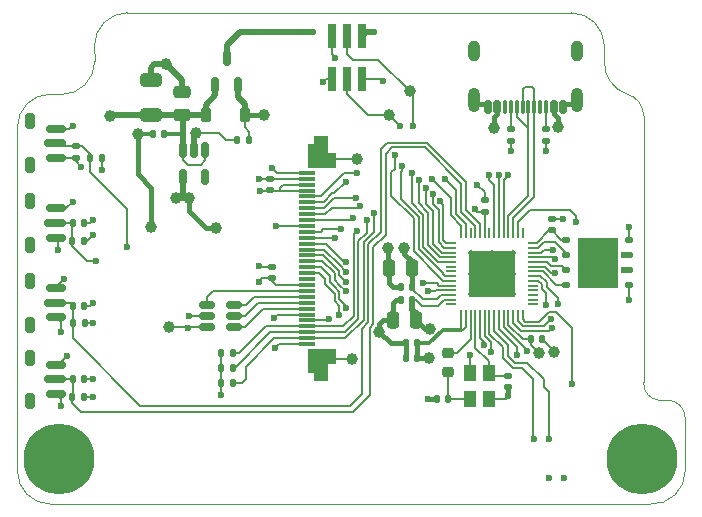
<source format=gbr>
%TF.GenerationSoftware,KiCad,Pcbnew,8.0.6*%
%TF.CreationDate,2024-11-01T22:46:24-06:00*%
%TF.ProjectId,bitaxe-ESP-OLED,62697461-7865-42d4-9553-502d4f4c4544,v0.4*%
%TF.SameCoordinates,Original*%
%TF.FileFunction,Copper,L4,Bot*%
%TF.FilePolarity,Positive*%
%FSLAX46Y46*%
G04 Gerber Fmt 4.6, Leading zero omitted, Abs format (unit mm)*
G04 Created by KiCad (PCBNEW 8.0.6) date 2024-11-01 22:46:24*
%MOMM*%
%LPD*%
G01*
G04 APERTURE LIST*
G04 Aperture macros list*
%AMRoundRect*
0 Rectangle with rounded corners*
0 $1 Rounding radius*
0 $2 $3 $4 $5 $6 $7 $8 $9 X,Y pos of 4 corners*
0 Add a 4 corners polygon primitive as box body*
4,1,4,$2,$3,$4,$5,$6,$7,$8,$9,$2,$3,0*
0 Add four circle primitives for the rounded corners*
1,1,$1+$1,$2,$3*
1,1,$1+$1,$4,$5*
1,1,$1+$1,$6,$7*
1,1,$1+$1,$8,$9*
0 Add four rect primitives between the rounded corners*
20,1,$1+$1,$2,$3,$4,$5,0*
20,1,$1+$1,$4,$5,$6,$7,0*
20,1,$1+$1,$6,$7,$8,$9,0*
20,1,$1+$1,$8,$9,$2,$3,0*%
%AMFreePoly0*
4,1,21,0.978536,1.503536,0.980000,1.500000,0.980000,-0.800000,0.978536,-0.803536,0.975000,-0.805000,-0.975000,-0.805000,-0.978536,-0.803536,-0.980000,-0.800000,-0.980000,-0.305000,-1.675000,-0.305000,-1.678536,-0.303536,-1.680000,-0.300000,-1.680000,0.800000,-1.678536,0.803536,-1.675000,0.805000,-0.280000,0.805000,-0.280000,1.500000,-0.278536,1.503536,-0.275000,1.505000,0.975000,1.505000,
0.978536,1.503536,0.978536,1.503536,$1*%
%AMFreePoly1*
4,1,21,0.278536,1.503536,0.280000,1.500000,0.280000,0.805000,1.675000,0.805000,1.678536,0.803536,1.680000,0.800000,1.680000,-0.300000,1.678536,-0.303536,1.675000,-0.305000,0.980000,-0.305000,0.980000,-0.800000,0.978536,-0.803536,0.975000,-0.805000,-0.975000,-0.805000,-0.978536,-0.803536,-0.980000,-0.800000,-0.980000,1.500000,-0.978536,1.503536,-0.975000,1.505000,0.275000,1.505000,
0.278536,1.503536,0.278536,1.503536,$1*%
G04 Aperture macros list end*
%TA.AperFunction,SMDPad,CuDef*%
%ADD10RoundRect,0.150000X-0.512500X-0.150000X0.512500X-0.150000X0.512500X0.150000X-0.512500X0.150000X0*%
%TD*%
%TA.AperFunction,ComponentPad*%
%ADD11C,0.800000*%
%TD*%
%TA.AperFunction,ComponentPad*%
%ADD12C,6.000000*%
%TD*%
%TA.AperFunction,SMDPad,CuDef*%
%ADD13RoundRect,0.250000X0.475000X-0.250000X0.475000X0.250000X-0.475000X0.250000X-0.475000X-0.250000X0*%
%TD*%
%TA.AperFunction,SMDPad,CuDef*%
%ADD14R,1.400000X0.300000*%
%TD*%
%TA.AperFunction,SMDPad,CuDef*%
%ADD15FreePoly0,270.000000*%
%TD*%
%TA.AperFunction,SMDPad,CuDef*%
%ADD16FreePoly1,270.000000*%
%TD*%
%TA.AperFunction,SMDPad,CuDef*%
%ADD17RoundRect,0.135000X-0.185000X0.135000X-0.185000X-0.135000X0.185000X-0.135000X0.185000X0.135000X0*%
%TD*%
%TA.AperFunction,SMDPad,CuDef*%
%ADD18RoundRect,0.200000X0.200000X-0.450000X0.200000X0.450000X-0.200000X0.450000X-0.200000X-0.450000X0*%
%TD*%
%TA.AperFunction,SMDPad,CuDef*%
%ADD19O,1.750000X0.740000*%
%TD*%
%TA.AperFunction,SMDPad,CuDef*%
%ADD20RoundRect,0.150000X0.750000X-0.150000X0.750000X0.150000X-0.750000X0.150000X-0.750000X-0.150000X0*%
%TD*%
%TA.AperFunction,SMDPad,CuDef*%
%ADD21RoundRect,0.135000X-0.135000X-0.185000X0.135000X-0.185000X0.135000X0.185000X-0.135000X0.185000X0*%
%TD*%
%TA.AperFunction,SMDPad,CuDef*%
%ADD22RoundRect,0.250000X0.250000X0.475000X-0.250000X0.475000X-0.250000X-0.475000X0.250000X-0.475000X0*%
%TD*%
%TA.AperFunction,SMDPad,CuDef*%
%ADD23R,1.100000X1.400000*%
%TD*%
%TA.AperFunction,SMDPad,CuDef*%
%ADD24RoundRect,0.140000X-0.140000X-0.170000X0.140000X-0.170000X0.140000X0.170000X-0.140000X0.170000X0*%
%TD*%
%TA.AperFunction,SMDPad,CuDef*%
%ADD25RoundRect,0.140000X-0.170000X0.140000X-0.170000X-0.140000X0.170000X-0.140000X0.170000X0.140000X0*%
%TD*%
%TA.AperFunction,SMDPad,CuDef*%
%ADD26RoundRect,0.140000X0.170000X-0.140000X0.170000X0.140000X-0.170000X0.140000X-0.170000X-0.140000X0*%
%TD*%
%TA.AperFunction,SMDPad,CuDef*%
%ADD27C,1.000000*%
%TD*%
%TA.AperFunction,SMDPad,CuDef*%
%ADD28RoundRect,0.150000X-0.150000X-0.425000X0.150000X-0.425000X0.150000X0.425000X-0.150000X0.425000X0*%
%TD*%
%TA.AperFunction,SMDPad,CuDef*%
%ADD29RoundRect,0.075000X-0.075000X-0.500000X0.075000X-0.500000X0.075000X0.500000X-0.075000X0.500000X0*%
%TD*%
%TA.AperFunction,ComponentPad*%
%ADD30O,1.000000X1.800000*%
%TD*%
%TA.AperFunction,ComponentPad*%
%ADD31O,1.000000X2.100000*%
%TD*%
%TA.AperFunction,SMDPad,CuDef*%
%ADD32RoundRect,0.150000X-0.150000X0.512500X-0.150000X-0.512500X0.150000X-0.512500X0.150000X0.512500X0*%
%TD*%
%TA.AperFunction,SMDPad,CuDef*%
%ADD33RoundRect,0.135000X0.135000X0.185000X-0.135000X0.185000X-0.135000X-0.185000X0.135000X-0.185000X0*%
%TD*%
%TA.AperFunction,SMDPad,CuDef*%
%ADD34RoundRect,0.050000X-0.350000X-0.050000X0.350000X-0.050000X0.350000X0.050000X-0.350000X0.050000X0*%
%TD*%
%TA.AperFunction,SMDPad,CuDef*%
%ADD35RoundRect,0.050000X-0.050000X-0.350000X0.050000X-0.350000X0.050000X0.350000X-0.050000X0.350000X0*%
%TD*%
%TA.AperFunction,HeatsinkPad*%
%ADD36C,0.500000*%
%TD*%
%TA.AperFunction,HeatsinkPad*%
%ADD37R,4.000000X4.000000*%
%TD*%
%TA.AperFunction,SMDPad,CuDef*%
%ADD38RoundRect,0.150000X0.150000X-0.512500X0.150000X0.512500X-0.150000X0.512500X-0.150000X-0.512500X0*%
%TD*%
%TA.AperFunction,SMDPad,CuDef*%
%ADD39RoundRect,0.125000X0.250000X0.125000X-0.250000X0.125000X-0.250000X-0.125000X0.250000X-0.125000X0*%
%TD*%
%TA.AperFunction,HeatsinkPad*%
%ADD40R,3.400000X4.300000*%
%TD*%
%TA.AperFunction,SMDPad,CuDef*%
%ADD41RoundRect,0.218750X0.256250X-0.218750X0.256250X0.218750X-0.256250X0.218750X-0.256250X-0.218750X0*%
%TD*%
%TA.AperFunction,SMDPad,CuDef*%
%ADD42RoundRect,0.140000X0.140000X0.170000X-0.140000X0.170000X-0.140000X-0.170000X0.140000X-0.170000X0*%
%TD*%
%TA.AperFunction,SMDPad,CuDef*%
%ADD43RoundRect,0.225000X-0.225000X-0.375000X0.225000X-0.375000X0.225000X0.375000X-0.225000X0.375000X0*%
%TD*%
%TA.AperFunction,SMDPad,CuDef*%
%ADD44RoundRect,0.250000X0.650000X-0.325000X0.650000X0.325000X-0.650000X0.325000X-0.650000X-0.325000X0*%
%TD*%
%TA.AperFunction,SMDPad,CuDef*%
%ADD45R,0.750000X2.100000*%
%TD*%
%TA.AperFunction,ViaPad*%
%ADD46C,0.600000*%
%TD*%
%TA.AperFunction,ViaPad*%
%ADD47C,1.000000*%
%TD*%
%TA.AperFunction,Conductor*%
%ADD48C,0.200000*%
%TD*%
%TA.AperFunction,Conductor*%
%ADD49C,0.400000*%
%TD*%
%TA.AperFunction,Conductor*%
%ADD50C,0.500000*%
%TD*%
%TA.AperFunction,Conductor*%
%ADD51C,0.300000*%
%TD*%
%TA.AperFunction,Profile*%
%ADD52C,0.100000*%
%TD*%
G04 APERTURE END LIST*
D10*
%TO.P,U3,1,EN*%
%TO.N,/LCD_BLK*%
X146162500Y-88812500D03*
%TO.P,U3,2,GND*%
%TO.N,GND*%
X146162500Y-87862500D03*
%TO.P,U3,3,LED4*%
%TO.N,/LEDK4*%
X146162500Y-86912500D03*
%TO.P,U3,4,LED3*%
%TO.N,/LEDK3*%
X148437500Y-86912500D03*
%TO.P,U3,5,LED2*%
%TO.N,/LEDK2*%
X148437500Y-87862500D03*
%TO.P,U3,6,LED1*%
%TO.N,/LEDK1*%
X148437500Y-88812500D03*
%TD*%
D11*
%TO.P,H3,1*%
%TO.N,N/C*%
X131323000Y-100000000D03*
X131982010Y-98409010D03*
X131982010Y-101590990D03*
X133573000Y-97750000D03*
D12*
X133573000Y-100000000D03*
D11*
X133573000Y-102250000D03*
X135163990Y-98409010D03*
X135163990Y-101590990D03*
X135823000Y-100000000D03*
%TD*%
%TO.P,H4,1*%
%TO.N,N/C*%
X180750000Y-100000000D03*
X181409010Y-98409010D03*
X181409010Y-101590990D03*
X183000000Y-97750000D03*
D12*
X183000000Y-100000000D03*
D11*
X183000000Y-102250000D03*
X184590990Y-98409010D03*
X184590990Y-101590990D03*
X185250000Y-100000000D03*
%TD*%
D13*
%TO.P,C15,1*%
%TO.N,/+5V*%
X144050000Y-70850000D03*
%TO.P,C15,2*%
%TO.N,GND*%
X144050000Y-68950000D03*
%TD*%
D14*
%TO.P,J4,1,1*%
%TO.N,GND*%
X154600000Y-75750000D03*
%TO.P,J4,2,2*%
%TO.N,/3V3*%
X154600000Y-76250000D03*
%TO.P,J4,3,3*%
%TO.N,GND*%
X154600000Y-76750000D03*
%TO.P,J4,4,4*%
X154600000Y-77250000D03*
%TO.P,J4,5,5*%
%TO.N,/LCD_RES*%
X154600000Y-77750000D03*
%TO.P,J4,6,6*%
%TO.N,/LCD_CS*%
X154600000Y-78250000D03*
%TO.P,J4,7,7*%
%TO.N,/LCD_DC*%
X154600000Y-78750000D03*
%TO.P,J4,8,8*%
%TO.N,/LCD_WR*%
X154600000Y-79250000D03*
%TO.P,J4,9,9*%
%TO.N,/LCD_RD*%
X154600000Y-79750000D03*
%TO.P,J4,10,10*%
%TO.N,GND*%
X154600000Y-80250000D03*
%TO.P,J4,11,11*%
%TO.N,/LCD_D0*%
X154600000Y-80750000D03*
%TO.P,J4,12,12*%
%TO.N,/LCD_D1*%
X154600000Y-81250000D03*
%TO.P,J4,13,13*%
%TO.N,/LCD_D2*%
X154600000Y-81750000D03*
%TO.P,J4,14,14*%
%TO.N,/LCD_D3*%
X154600000Y-82250000D03*
%TO.P,J4,15,15*%
%TO.N,/LCD_D4*%
X154600000Y-82750000D03*
%TO.P,J4,16,16*%
%TO.N,/LCD_D5*%
X154600000Y-83250000D03*
%TO.P,J4,17,17*%
%TO.N,/LCD_D6*%
X154600000Y-83750000D03*
%TO.P,J4,18,18*%
%TO.N,/LCD_D7*%
X154600000Y-84250000D03*
%TO.P,J4,19,19*%
%TO.N,unconnected-(J4-Pad19)*%
X154600000Y-84750000D03*
%TO.P,J4,20,20*%
%TO.N,/3V3*%
X154600000Y-85250000D03*
%TO.P,J4,21,21*%
%TO.N,/LEDK4*%
X154600000Y-85750000D03*
%TO.P,J4,22,22*%
%TO.N,/LEDK3*%
X154600000Y-86250000D03*
%TO.P,J4,23,23*%
%TO.N,/LEDK2*%
X154600000Y-86750000D03*
%TO.P,J4,24,24*%
%TO.N,/LEDK1*%
X154600000Y-87250000D03*
%TO.P,J4,25,25*%
%TO.N,GND*%
X154600000Y-87750000D03*
%TO.P,J4,26,26*%
%TO.N,/TP_RESET*%
X154600000Y-88250000D03*
%TO.P,J4,27,27*%
%TO.N,/I2C_SCL*%
X154600000Y-88750000D03*
%TO.P,J4,28,28*%
%TO.N,/I2C_SCK*%
X154600000Y-89250000D03*
%TO.P,J4,29,29*%
%TO.N,/TP_INT*%
X154600000Y-89750000D03*
%TO.P,J4,30,30*%
%TO.N,GND*%
X154600000Y-90250000D03*
D15*
%TO.P,J4,SH1,Shield*%
X155500000Y-74325000D03*
D16*
%TO.P,J4,SH2,Shield*%
X155500000Y-91675000D03*
%TD*%
D17*
%TO.P,R6,1*%
%TO.N,Net-(J2-CC2)*%
X174850000Y-72040000D03*
%TO.P,R6,2*%
%TO.N,GND*%
X174850000Y-73060000D03*
%TD*%
D18*
%TO.P,SW4,*%
%TO.N,*%
X131150000Y-95100000D03*
X131150000Y-91400000D03*
D19*
%TO.P,SW4,1*%
%TO.N,GND*%
X133350000Y-94480000D03*
X133350000Y-92020000D03*
D20*
%TO.P,SW4,2*%
%TO.N,/UI2*%
X133250000Y-93250000D03*
%TD*%
D18*
%TO.P,SW2,*%
%TO.N,*%
X131150000Y-88600000D03*
X131150000Y-84900000D03*
D19*
%TO.P,SW2,1*%
%TO.N,GND*%
X133350000Y-87980000D03*
X133350000Y-85520000D03*
D20*
%TO.P,SW2,2*%
%TO.N,/UI1*%
X133250000Y-86750000D03*
%TD*%
D17*
%TO.P,R5,1*%
%TO.N,Net-(J2-CC1)*%
X171850000Y-72040000D03*
%TO.P,R5,2*%
%TO.N,GND*%
X171850000Y-73060000D03*
%TD*%
D21*
%TO.P,R10,1*%
%TO.N,/3V3*%
X147290000Y-93550000D03*
%TO.P,R10,2*%
%TO.N,/TP_INT*%
X148310000Y-93550000D03*
%TD*%
D22*
%TO.P,C4,1*%
%TO.N,/3V3*%
X163800000Y-88200000D03*
%TO.P,C4,2*%
%TO.N,GND*%
X161900000Y-88200000D03*
%TD*%
D23*
%TO.P,Y1,1,1*%
%TO.N,/XTAL_N*%
X170000000Y-92700000D03*
%TO.P,Y1,2,2*%
%TO.N,GND*%
X170000000Y-94900000D03*
%TO.P,Y1,3,3*%
%TO.N,Net-(C8-Pad2)*%
X168400000Y-94900000D03*
%TO.P,Y1,4,4*%
%TO.N,GND*%
X168400000Y-92700000D03*
%TD*%
D18*
%TO.P,SW3,*%
%TO.N,*%
X131150000Y-81850000D03*
X131150000Y-78150000D03*
D19*
%TO.P,SW3,1*%
%TO.N,GND*%
X133350000Y-81230000D03*
X133350000Y-78770000D03*
D20*
%TO.P,SW3,2*%
%TO.N,/GPIO0*%
X133250000Y-80000000D03*
%TD*%
D24*
%TO.P,C20,1*%
%TO.N,/GPIO0*%
X134770000Y-80000000D03*
%TO.P,C20,2*%
%TO.N,GND*%
X135730000Y-80000000D03*
%TD*%
D25*
%TO.P,C1,1*%
%TO.N,/RESET*%
X135000000Y-73520000D03*
%TO.P,C1,2*%
%TO.N,GND*%
X135000000Y-74480000D03*
%TD*%
D26*
%TO.P,C7,1*%
%TO.N,GND*%
X171650000Y-93900000D03*
%TO.P,C7,2*%
%TO.N,/XTAL_N*%
X171650000Y-92940000D03*
%TD*%
D27*
%TO.P,TP10,1,1*%
%TO.N,GND*%
X141400000Y-80350000D03*
%TD*%
D28*
%TO.P,J2,A1,GND*%
%TO.N,GND*%
X169900000Y-70180000D03*
%TO.P,J2,A4,VBUS*%
%TO.N,/VBUS*%
X170700000Y-70180000D03*
D29*
%TO.P,J2,A5,CC1*%
%TO.N,Net-(J2-CC1)*%
X171850000Y-70180000D03*
%TO.P,J2,A6,D+*%
%TO.N,/USB_DP*%
X172850000Y-70180000D03*
%TO.P,J2,A7,D-*%
%TO.N,/USB_DM*%
X173350000Y-70180000D03*
%TO.P,J2,A8,SBU1*%
%TO.N,unconnected-(J2-SBU1-PadA8)*%
X174350000Y-70180000D03*
D28*
%TO.P,J2,A9,VBUS*%
%TO.N,/VBUS*%
X175500000Y-70180000D03*
%TO.P,J2,A12,GND*%
%TO.N,GND*%
X176300000Y-70180000D03*
%TO.P,J2,B1,GND*%
X176300000Y-70180000D03*
%TO.P,J2,B4,VBUS*%
%TO.N,/VBUS*%
X175500000Y-70180000D03*
D29*
%TO.P,J2,B5,CC2*%
%TO.N,Net-(J2-CC2)*%
X174850000Y-70180000D03*
%TO.P,J2,B6,D+*%
%TO.N,/USB_DP*%
X173850000Y-70180000D03*
%TO.P,J2,B7,D-*%
%TO.N,/USB_DM*%
X172350000Y-70180000D03*
%TO.P,J2,B8,SBU2*%
%TO.N,unconnected-(J2-SBU2-PadB8)*%
X171350000Y-70180000D03*
D28*
%TO.P,J2,B9,VBUS*%
%TO.N,/VBUS*%
X170700000Y-70180000D03*
%TO.P,J2,B12,GND*%
%TO.N,GND*%
X169900000Y-70180000D03*
D30*
%TO.P,J2,S1,SHIELD*%
X168780000Y-65425000D03*
D31*
X168780000Y-69605000D03*
D30*
X177420000Y-65425000D03*
D31*
X177420000Y-69605000D03*
%TD*%
D27*
%TO.P,TP13,1,1*%
%TO.N,/LCD_BLK*%
X142950000Y-88800000D03*
%TD*%
D32*
%TO.P,U1,1,VIN*%
%TO.N,/+5V*%
X144100000Y-73862500D03*
%TO.P,U1,2,GND*%
%TO.N,GND*%
X145050000Y-73862500D03*
%TO.P,U1,3,EN*%
%TO.N,/+5V*%
X146000000Y-73862500D03*
%TO.P,U1,4,NC*%
%TO.N,unconnected-(U1-NC-Pad4)*%
X146000000Y-76137500D03*
%TO.P,U1,5,VOUT*%
%TO.N,/3V3*%
X144100000Y-76137500D03*
%TD*%
D33*
%TO.P,R1,1*%
%TO.N,/3V3*%
X137210000Y-74500000D03*
%TO.P,R1,2*%
%TO.N,/RESET*%
X136190000Y-74500000D03*
%TD*%
D34*
%TO.P,U2,1,LNA_IN*%
%TO.N,unconnected-(U2-LNA_IN-Pad1)*%
X166800000Y-86900000D03*
%TO.P,U2,2,VDD3P3*%
%TO.N,/3V3*%
X166800000Y-86500000D03*
%TO.P,U2,3,VDD3P3*%
X166800000Y-86100000D03*
%TO.P,U2,4,CHIP_PU*%
%TO.N,/RESET*%
X166800000Y-85700000D03*
%TO.P,U2,5,GPIO0*%
%TO.N,/GPIO0*%
X166800000Y-85300000D03*
%TO.P,U2,6,GPIO1*%
%TO.N,/GPIO1*%
X166800000Y-84900000D03*
%TO.P,U2,7,GPIO2*%
%TO.N,/GPIO2*%
X166800000Y-84500000D03*
%TO.P,U2,8,GPIO3*%
%TO.N,unconnected-(U2-GPIO3-Pad8)*%
X166800000Y-84100000D03*
%TO.P,U2,9,GPIO4*%
%TO.N,unconnected-(U2-GPIO4-Pad9)*%
X166800000Y-83700000D03*
%TO.P,U2,10,GPIO5*%
%TO.N,/LCD_RES*%
X166800000Y-83300000D03*
%TO.P,U2,11,GPIO6*%
%TO.N,/LCD_CS*%
X166800000Y-82900000D03*
%TO.P,U2,12,GPIO7*%
%TO.N,/LCD_DC*%
X166800000Y-82500000D03*
%TO.P,U2,13,GPIO8*%
%TO.N,/LCD_WR*%
X166800000Y-82100000D03*
%TO.P,U2,14,GPIO9*%
%TO.N,/LCD_RD*%
X166800000Y-81700000D03*
D35*
%TO.P,U2,15,GPIO10*%
%TO.N,/BAP_TX*%
X167650000Y-80850000D03*
%TO.P,U2,16,GPIO11*%
%TO.N,/BAP_RX*%
X168050000Y-80850000D03*
%TO.P,U2,17,GPIO12*%
%TO.N,unconnected-(U2-GPIO12-Pad17)*%
X168450000Y-80850000D03*
%TO.P,U2,18,GPIO13*%
%TO.N,/UI2*%
X168850000Y-80850000D03*
%TO.P,U2,19,GPIO14*%
%TO.N,/UI1*%
X169250000Y-80850000D03*
%TO.P,U2,20,VDD3P3*%
%TO.N,/3V3*%
X169650000Y-80850000D03*
%TO.P,U2,21,XTAL_32K_P*%
%TO.N,/LCD_EN*%
X170050000Y-80850000D03*
%TO.P,U2,22,XTAL_32K_N*%
%TO.N,/TP_INT*%
X170450000Y-80850000D03*
%TO.P,U2,23,GPIO17*%
%TO.N,/I2C_SCK*%
X170850000Y-80850000D03*
%TO.P,U2,24,GPIO18*%
%TO.N,/I2C_SCL*%
X171250000Y-80850000D03*
%TO.P,U2,25,GPIO19/USB_DM*%
%TO.N,/USB_DM*%
X171650000Y-80850000D03*
%TO.P,U2,26,GPIO20/USB_DP*%
%TO.N,/USB_DP*%
X172050000Y-80850000D03*
%TO.P,U2,27,GPIO21*%
%TO.N,/TP_RESET*%
X172450000Y-80850000D03*
%TO.P,U2,28,SPICS1*%
%TO.N,unconnected-(U2-SPICS1-Pad28)*%
X172850000Y-80850000D03*
D34*
%TO.P,U2,29,VDD_SPI*%
%TO.N,/VDD_SPI*%
X173700000Y-81700000D03*
%TO.P,U2,30,SPIHD*%
%TO.N,/SPI_HD*%
X173700000Y-82100000D03*
%TO.P,U2,31,SPIWP*%
%TO.N,/SPI_WP*%
X173700000Y-82500000D03*
%TO.P,U2,32,SPICS0*%
%TO.N,/SPI_CS*%
X173700000Y-82900000D03*
%TO.P,U2,33,SPICLK*%
%TO.N,/SPI_CLK*%
X173700000Y-83300000D03*
%TO.P,U2,34,SPIQ*%
%TO.N,/SPI_Q*%
X173700000Y-83700000D03*
%TO.P,U2,35,SPID*%
%TO.N,/SPI_D*%
X173700000Y-84100000D03*
%TO.P,U2,36,SPICLK_N*%
%TO.N,/LCD_D7*%
X173700000Y-84500000D03*
%TO.P,U2,37,SPILCK_P*%
%TO.N,/LCD_D6*%
X173700000Y-84900000D03*
%TO.P,U2,38,GPIO33*%
%TO.N,unconnected-(U2-GPIO33-Pad38)*%
X173700000Y-85300000D03*
%TO.P,U2,39,GPIO34*%
%TO.N,unconnected-(U2-GPIO34-Pad39)*%
X173700000Y-85700000D03*
%TO.P,U2,40,GPIO35*%
%TO.N,unconnected-(U2-GPIO35-Pad40)*%
X173700000Y-86100000D03*
%TO.P,U2,41,GPIO36*%
%TO.N,unconnected-(U2-GPIO36-Pad41)*%
X173700000Y-86500000D03*
%TO.P,U2,42,GPIO37*%
%TO.N,unconnected-(U2-GPIO37-Pad42)*%
X173700000Y-86900000D03*
D35*
%TO.P,U2,43,GPIO38*%
%TO.N,/LCD_BLK*%
X172850000Y-87750000D03*
%TO.P,U2,44,MTLK*%
%TO.N,/LCD_D0*%
X172450000Y-87750000D03*
%TO.P,U2,45,MTDO*%
%TO.N,/LCD_D1*%
X172050000Y-87750000D03*
%TO.P,U2,46,VDD3P3_CPU*%
%TO.N,/3V3*%
X171650000Y-87750000D03*
%TO.P,U2,47,MTDI*%
%TO.N,/LCD_D2*%
X171250000Y-87750000D03*
%TO.P,U2,48,MTMS*%
%TO.N,/LCD_D3*%
X170850000Y-87750000D03*
%TO.P,U2,49,GPIO43/U0TXD*%
%TO.N,/P_TX*%
X170450000Y-87750000D03*
%TO.P,U2,50,GPIO44/U0RXD*%
%TO.N,/P_RX*%
X170050000Y-87750000D03*
%TO.P,U2,51,GPIO45*%
%TO.N,/LCD_D4*%
X169650000Y-87750000D03*
%TO.P,U2,52,GPIO46*%
%TO.N,/LCD_D5*%
X169250000Y-87750000D03*
%TO.P,U2,53,XTAL_N*%
%TO.N,/XTAL_N*%
X168850000Y-87750000D03*
%TO.P,U2,54,XTAL_P*%
%TO.N,/XTAL_P*%
X168450000Y-87750000D03*
%TO.P,U2,55,VDDA*%
%TO.N,/3V3*%
X168050000Y-87750000D03*
%TO.P,U2,56,VDDA*%
X167650000Y-87750000D03*
D36*
%TO.P,U2,57,PAD*%
%TO.N,GND*%
X168500000Y-82550000D03*
X168500000Y-84300000D03*
X168500000Y-86050000D03*
X170250000Y-82550000D03*
X170250000Y-84300000D03*
D37*
X170250000Y-84300000D03*
D36*
X170250000Y-86050000D03*
X172000000Y-82550000D03*
X172000000Y-84300000D03*
X172000000Y-86050000D03*
%TD*%
D38*
%TO.P,Q1,1,G*%
%TO.N,/VBUS*%
X148750000Y-68287500D03*
%TO.P,Q1,2,S*%
%TO.N,/+5V*%
X146850000Y-68287500D03*
%TO.P,Q1,3,D*%
%TO.N,/5V_BAP*%
X147800000Y-66012500D03*
%TD*%
D22*
%TO.P,C9,1*%
%TO.N,/3V3*%
X163450000Y-83800000D03*
%TO.P,C9,2*%
%TO.N,GND*%
X161550000Y-83800000D03*
%TD*%
D21*
%TO.P,R9,1*%
%TO.N,/3V3*%
X147290000Y-92250000D03*
%TO.P,R9,2*%
%TO.N,/I2C_SCK*%
X148310000Y-92250000D03*
%TD*%
D27*
%TO.P,TP1,1,1*%
%TO.N,/BAP_TX*%
X163300000Y-68850000D03*
%TD*%
D25*
%TO.P,C18,1*%
%TO.N,GND*%
X151650000Y-83720000D03*
%TO.P,C18,2*%
%TO.N,/3V3*%
X151650000Y-84680000D03*
%TD*%
D39*
%TO.P,U4,1,CS_N*%
%TO.N,/SPI_CS*%
X181900000Y-81450000D03*
%TO.P,U4,2,DO*%
%TO.N,/SPI_Q*%
X181900000Y-82720000D03*
%TO.P,U4,3,WP_N*%
%TO.N,/SPI_WP*%
X181900000Y-83990000D03*
%TO.P,U4,4,GND*%
%TO.N,GND*%
X181900000Y-85260000D03*
%TO.P,U4,5,DI*%
%TO.N,/SPI_D*%
X176500000Y-85260000D03*
%TO.P,U4,6,CLK*%
%TO.N,/SPI_CLK*%
X176500000Y-83990000D03*
%TO.P,U4,7,HOLD*%
%TO.N,/SPI_HD*%
X176500000Y-82720000D03*
%TO.P,U4,8,VCC*%
%TO.N,/VDD_SPI*%
X176500000Y-81450000D03*
D40*
%TO.P,U4,9*%
%TO.N,N/C*%
X179200000Y-83355000D03*
%TD*%
D33*
%TO.P,R4,1*%
%TO.N,/3V3*%
X135760000Y-94750000D03*
%TO.P,R4,2*%
%TO.N,/UI2*%
X134740000Y-94750000D03*
%TD*%
D41*
%TO.P,L1,1,1*%
%TO.N,Net-(C8-Pad2)*%
X166550000Y-92587500D03*
%TO.P,L1,2,2*%
%TO.N,/XTAL_P*%
X166550000Y-91012500D03*
%TD*%
D26*
%TO.P,C6,1*%
%TO.N,/3V3*%
X169650000Y-79030000D03*
%TO.P,C6,2*%
%TO.N,GND*%
X169650000Y-78070000D03*
%TD*%
D33*
%TO.P,R3,1*%
%TO.N,/3V3*%
X135760000Y-81500000D03*
%TO.P,R3,2*%
%TO.N,/GPIO0*%
X134740000Y-81500000D03*
%TD*%
D42*
%TO.P,C16,1*%
%TO.N,/+5V*%
X142530000Y-72500000D03*
%TO.P,C16,2*%
%TO.N,GND*%
X141570000Y-72500000D03*
%TD*%
D43*
%TO.P,D1,1,K*%
%TO.N,/+5V*%
X146050000Y-70850000D03*
%TO.P,D1,2,A*%
%TO.N,/VBUS*%
X149350000Y-70850000D03*
%TD*%
D42*
%TO.P,C13,1*%
%TO.N,/3V3*%
X163930000Y-91450000D03*
%TO.P,C13,2*%
%TO.N,GND*%
X162970000Y-91450000D03*
%TD*%
D27*
%TO.P,TP11,1,1*%
%TO.N,/+5V*%
X137950000Y-70900000D03*
%TD*%
D42*
%TO.P,C11,1*%
%TO.N,/3V3*%
X163930000Y-90200000D03*
%TO.P,C11,2*%
%TO.N,GND*%
X162970000Y-90200000D03*
%TD*%
%TO.P,C5,1*%
%TO.N,/3V3*%
X163530000Y-86550000D03*
%TO.P,C5,2*%
%TO.N,GND*%
X162570000Y-86550000D03*
%TD*%
%TO.P,C10,1*%
%TO.N,GND*%
X174530000Y-89850000D03*
%TO.P,C10,2*%
%TO.N,/3V3*%
X173570000Y-89850000D03*
%TD*%
D33*
%TO.P,R2,1*%
%TO.N,/3V3*%
X135770000Y-88500000D03*
%TO.P,R2,2*%
%TO.N,/UI1*%
X134750000Y-88500000D03*
%TD*%
D24*
%TO.P,C2,1*%
%TO.N,/UI1*%
X134760000Y-87000000D03*
%TO.P,C2,2*%
%TO.N,GND*%
X135720000Y-87000000D03*
%TD*%
%TO.P,C8,1*%
%TO.N,GND*%
X165570000Y-94900000D03*
%TO.P,C8,2*%
%TO.N,Net-(C8-Pad2)*%
X166530000Y-94900000D03*
%TD*%
D33*
%TO.P,R7,1*%
%TO.N,/VBUS*%
X149710000Y-72950000D03*
%TO.P,R7,2*%
%TO.N,GND*%
X148690000Y-72950000D03*
%TD*%
D24*
%TO.P,C3,1*%
%TO.N,/UI2*%
X134770000Y-93200000D03*
%TO.P,C3,2*%
%TO.N,GND*%
X135730000Y-93200000D03*
%TD*%
D18*
%TO.P,SW1,*%
%TO.N,*%
X131150000Y-75100000D03*
X131150000Y-71400000D03*
D19*
%TO.P,SW1,1*%
%TO.N,GND*%
X133350000Y-74480000D03*
X133350000Y-72020000D03*
D20*
%TO.P,SW1,2*%
%TO.N,/RESET*%
X133250000Y-73250000D03*
%TD*%
D44*
%TO.P,C14,1*%
%TO.N,/+5V*%
X141350000Y-70825000D03*
%TO.P,C14,2*%
%TO.N,GND*%
X141350000Y-67875000D03*
%TD*%
D27*
%TO.P,TP8,1,1*%
%TO.N,/3V3*%
X146900000Y-80400000D03*
%TD*%
D42*
%TO.P,C12,1*%
%TO.N,/3V3*%
X163530000Y-85400000D03*
%TO.P,C12,2*%
%TO.N,GND*%
X162570000Y-85400000D03*
%TD*%
D45*
%TO.P,J1,1,Pin_1*%
%TO.N,/5V_BAP*%
X159270000Y-64200000D03*
%TO.P,J1,2,Pin_2*%
%TO.N,GND*%
X159270000Y-67800000D03*
%TO.P,J1,3,Pin_3*%
%TO.N,/BAP_TX*%
X158000000Y-64200000D03*
%TO.P,J1,4,Pin_4*%
%TO.N,/BAP_RX*%
X158000000Y-67800000D03*
%TO.P,J1,5,Pin_5*%
%TO.N,/GPIO1*%
X156730000Y-64200000D03*
%TO.P,J1,6,Pin_6*%
%TO.N,/GPIO2*%
X156730000Y-67800000D03*
%TD*%
D21*
%TO.P,R8,1*%
%TO.N,/3V3*%
X147290000Y-91000000D03*
%TO.P,R8,2*%
%TO.N,/I2C_SCL*%
X148310000Y-91000000D03*
%TD*%
D27*
%TO.P,TP2,1,1*%
%TO.N,/BAP_RX*%
X161550000Y-70850000D03*
%TD*%
D25*
%TO.P,C17,1*%
%TO.N,/3V3*%
X151450000Y-76270000D03*
%TO.P,C17,2*%
%TO.N,GND*%
X151450000Y-77230000D03*
%TD*%
D26*
%TO.P,C19,1*%
%TO.N,/VDD_SPI*%
X175300000Y-80630000D03*
%TO.P,C19,2*%
%TO.N,GND*%
X175300000Y-79670000D03*
%TD*%
D46*
%TO.N,GND*%
X135500000Y-75250000D03*
X150600000Y-77250000D03*
X133750000Y-95500000D03*
X164815000Y-94900000D03*
D47*
X145200000Y-72400000D03*
D46*
X169000000Y-76750000D03*
X134000000Y-84750000D03*
X151800000Y-88050000D03*
X171650000Y-94670000D03*
X136510000Y-86750000D03*
D47*
X140250000Y-72500000D03*
D46*
X133750000Y-89250000D03*
X134250000Y-91250000D03*
D47*
X142700000Y-66550000D03*
D46*
X134750000Y-71750000D03*
X174850000Y-73900000D03*
X171850000Y-73900000D03*
X175100000Y-101600000D03*
X161000000Y-68000000D03*
X151950000Y-80250000D03*
X181900000Y-86500000D03*
X144650000Y-87850000D03*
X136500000Y-93200000D03*
D47*
X158800000Y-74600000D03*
D46*
X176250000Y-79650000D03*
X168400000Y-91200000D03*
X151650000Y-75350000D03*
D47*
X175550000Y-90950000D03*
X160700000Y-89200000D03*
X158450000Y-91500000D03*
D46*
X136500000Y-79750000D03*
X133500000Y-82250000D03*
X150550000Y-83600000D03*
X134750000Y-78250000D03*
D47*
X161450000Y-82150000D03*
D46*
X151900000Y-90600000D03*
D47*
%TO.N,/VBUS*%
X175875000Y-71875000D03*
X170450000Y-72000000D03*
X151000000Y-70850000D03*
D46*
%TO.N,/5V_BAP*%
X155100000Y-63800000D03*
X160300000Y-63800000D03*
%TO.N,/RESET*%
X164850000Y-85800000D03*
X139350000Y-82050000D03*
%TO.N,/3V3*%
X136500000Y-81000000D03*
X137200000Y-75500000D03*
D47*
X162850000Y-82100000D03*
X174250000Y-91000000D03*
X165005971Y-88950000D03*
D46*
X150500000Y-85000000D03*
D47*
X144650000Y-77900000D03*
D46*
X150550000Y-76250000D03*
X136510000Y-88500000D03*
X176350000Y-101600000D03*
X136500000Y-94750000D03*
D47*
X143500000Y-77900000D03*
X164900000Y-91450000D03*
D46*
X147300000Y-94550000D03*
X168800000Y-78800000D03*
%TO.N,/GPIO0*%
X136750000Y-83250000D03*
X164450000Y-85100000D03*
%TO.N,/I2C_SCL*%
X158849997Y-80660050D03*
X171650000Y-75950000D03*
%TO.N,/I2C_SCK*%
X159650000Y-79750000D03*
X170850000Y-75950000D03*
%TO.N,/TP_INT*%
X160250000Y-79150000D03*
X170049997Y-75950000D03*
%TO.N,/LCD_BLK*%
X177000000Y-93600000D03*
X144550000Y-88850000D03*
%TO.N,/SPI_CS*%
X175574265Y-83075735D03*
X181900000Y-80300000D03*
%TO.N,/SPI_Q*%
X181400002Y-82700000D03*
X175625437Y-84275735D03*
%TO.N,/SPI_WP*%
X175400000Y-82274265D03*
X181400002Y-84000000D03*
%TO.N,/LCD_D5*%
X169591469Y-90346804D03*
X157939272Y-85796801D03*
%TO.N,/LCD_WR*%
X165250000Y-77550000D03*
X159100000Y-78600000D03*
%TO.N,/LCD_D2*%
X157939272Y-83300000D03*
X173217157Y-90832843D03*
%TO.N,/LCD_D3*%
X157930576Y-84114497D03*
X172400000Y-91200000D03*
%TO.N,/LCD_D4*%
X170191469Y-90906468D03*
X157939272Y-84996798D03*
%TO.N,/LCD_CS*%
X164050000Y-76400000D03*
X157862434Y-76541968D03*
%TO.N,/LCD_D0*%
X157500000Y-80511957D03*
X175299264Y-88099264D03*
%TO.N,/LCD_D6*%
X174838815Y-86937935D03*
X157939272Y-87174265D03*
%TO.N,/TP_RESET*%
X156500000Y-88150000D03*
X177400000Y-79950000D03*
%TO.N,/LCD_DC*%
X158742228Y-77884456D03*
X164650000Y-77000000D03*
%TO.N,/LCD_RD*%
X158500000Y-79600000D03*
X165825078Y-78115687D03*
%TO.N,/LCD_D1*%
X175323529Y-88923529D03*
X157000000Y-81250000D03*
%TO.N,/LCD_D7*%
X157339272Y-87754259D03*
X175850000Y-86900000D03*
%TO.N,/LCD_RES*%
X163450000Y-75800000D03*
X158835713Y-75800000D03*
%TO.N,/BAP_RX*%
X162450000Y-71800000D03*
X166300000Y-76300000D03*
%TO.N,/BAP_TX*%
X165200000Y-76300000D03*
X163550000Y-71800000D03*
%TO.N,/GPIO2*%
X162624265Y-75200000D03*
X155950000Y-68050000D03*
%TO.N,/GPIO1*%
X157000000Y-66000000D03*
X162024265Y-74224265D03*
%TO.N,/P_RX*%
X173800000Y-98250000D03*
%TO.N,/P_TX*%
X175100000Y-98250000D03*
%TD*%
D48*
%TO.N,/SPI_WP*%
X174650000Y-82300000D02*
X174450000Y-82500000D01*
X175374265Y-82300000D02*
X174650000Y-82300000D01*
X175400000Y-82274265D02*
X175374265Y-82300000D01*
X174450000Y-82500000D02*
X173700000Y-82500000D01*
%TO.N,/SPI_CS*%
X175398530Y-82900000D02*
X175574265Y-83075735D01*
X173700000Y-82900000D02*
X175398530Y-82900000D01*
%TO.N,/TP_RESET*%
X172450000Y-79950000D02*
X172450000Y-80850000D01*
X176850000Y-78900000D02*
X173500000Y-78900000D01*
X177400000Y-79450000D02*
X176850000Y-78900000D01*
X173500000Y-78900000D02*
X172450000Y-79950000D01*
X177400000Y-79950000D02*
X177400000Y-79450000D01*
%TO.N,/I2C_SCL*%
X171250000Y-76398529D02*
X171250000Y-80850000D01*
X171650000Y-75998529D02*
X171250000Y-76398529D01*
X171650000Y-75950000D02*
X171650000Y-75998529D01*
%TO.N,GND*%
X169000000Y-76750000D02*
X169650000Y-77400000D01*
X169650000Y-77400000D02*
X169650000Y-78070000D01*
%TO.N,/TP_INT*%
X170450000Y-76800000D02*
X170450000Y-80850000D01*
X170049997Y-75950000D02*
X170049997Y-76399997D01*
X170049997Y-76399997D02*
X170450000Y-76800000D01*
%TO.N,/I2C_SCK*%
X170850000Y-75950000D02*
X170850000Y-80850000D01*
%TO.N,/GPIO0*%
X165600000Y-85100000D02*
X165800000Y-85300000D01*
X165800000Y-85300000D02*
X166800000Y-85300000D01*
X164450000Y-85100000D02*
X165600000Y-85100000D01*
%TO.N,/RESET*%
X165550000Y-85700000D02*
X166800000Y-85700000D01*
X165450000Y-85800000D02*
X165550000Y-85700000D01*
X164850000Y-85800000D02*
X165450000Y-85800000D01*
%TO.N,/3V3*%
X163530000Y-85580000D02*
X164400000Y-86450000D01*
X164400000Y-86450000D02*
X165600000Y-86450000D01*
X165600000Y-86450000D02*
X165950000Y-86100000D01*
X163530000Y-85400000D02*
X163530000Y-85580000D01*
X165950000Y-86100000D02*
X166800000Y-86100000D01*
X166200000Y-86500000D02*
X165700000Y-87000000D01*
X165700000Y-87000000D02*
X164300000Y-87000000D01*
X164300000Y-87000000D02*
X163850000Y-86550000D01*
X163850000Y-86550000D02*
X163530000Y-86550000D01*
X166800000Y-86500000D02*
X166200000Y-86500000D01*
D49*
%TO.N,GND*%
X161900000Y-86800000D02*
X161900000Y-88200000D01*
X140250000Y-75850000D02*
X140250000Y-72500000D01*
D50*
X145050000Y-72550000D02*
X145200000Y-72400000D01*
D48*
X144662500Y-87862500D02*
X144650000Y-87850000D01*
X135500000Y-75250000D02*
X135000000Y-74750000D01*
D49*
X176300000Y-69925000D02*
X177100000Y-69925000D01*
D48*
X155675000Y-91500000D02*
X155500000Y-91675000D01*
X170000000Y-94900000D02*
X171420000Y-94900000D01*
X171850000Y-73060000D02*
X171850000Y-73900000D01*
X159270000Y-67800000D02*
X160800000Y-67800000D01*
D49*
X162970000Y-90200000D02*
X162970000Y-91450000D01*
D48*
X134750000Y-71750000D02*
X134480000Y-72020000D01*
X152600000Y-76750000D02*
X152350000Y-77000000D01*
X152100000Y-87750000D02*
X154600000Y-87750000D01*
D49*
X161450000Y-82150000D02*
X161450000Y-83700000D01*
D48*
X176230000Y-79670000D02*
X176250000Y-79650000D01*
X136260000Y-87000000D02*
X135720000Y-87000000D01*
X147700000Y-72950000D02*
X147150000Y-72400000D01*
X134750000Y-78250000D02*
X134230000Y-78770000D01*
D49*
X161050000Y-88200000D02*
X161900000Y-88200000D01*
D48*
X150550000Y-83600000D02*
X150670000Y-83720000D01*
D49*
X161450000Y-83700000D02*
X161550000Y-83800000D01*
X168780000Y-69605000D02*
X168780000Y-68805000D01*
D48*
X134480000Y-72020000D02*
X133350000Y-72020000D01*
X175300000Y-79670000D02*
X176230000Y-79670000D01*
D51*
X141570000Y-72500000D02*
X140250000Y-72500000D01*
D49*
X161550000Y-83800000D02*
X161550000Y-85050000D01*
D48*
X158450000Y-91500000D02*
X155675000Y-91500000D01*
X155775000Y-74600000D02*
X155500000Y-74325000D01*
X174850000Y-73060000D02*
X174850000Y-73900000D01*
X171420000Y-94900000D02*
X171650000Y-94670000D01*
D49*
X169100000Y-69925000D02*
X168780000Y-69605000D01*
D48*
X154600000Y-75750000D02*
X152050000Y-75750000D01*
X133750000Y-89250000D02*
X133750000Y-88380000D01*
D50*
X141650000Y-66550000D02*
X141350000Y-66850000D01*
D48*
X152250000Y-90250000D02*
X154600000Y-90250000D01*
X168400000Y-91200000D02*
X168400000Y-92700000D01*
X135000000Y-74750000D02*
X135000000Y-74480000D01*
X133350000Y-85400000D02*
X133350000Y-85520000D01*
D49*
X165585000Y-94900000D02*
X164815000Y-94900000D01*
D48*
X154600000Y-77250000D02*
X152350000Y-77250000D01*
D50*
X145050000Y-73862500D02*
X145050000Y-72550000D01*
D48*
X181900000Y-86500000D02*
X181900000Y-85260000D01*
D49*
X160700000Y-89200000D02*
X160700000Y-88550000D01*
X169900000Y-69925000D02*
X169100000Y-69925000D01*
D48*
X160800000Y-67800000D02*
X161000000Y-68000000D01*
D49*
X177100000Y-69925000D02*
X177420000Y-69605000D01*
D48*
X150670000Y-83720000D02*
X151650000Y-83720000D01*
X158800000Y-74600000D02*
X155775000Y-74600000D01*
X151900000Y-90600000D02*
X152250000Y-90250000D01*
X175550000Y-90950000D02*
X175550000Y-90870000D01*
D49*
X141400000Y-80350000D02*
X141400000Y-77000000D01*
D48*
X136250000Y-80000000D02*
X136500000Y-79750000D01*
X136500000Y-93200000D02*
X135730000Y-93200000D01*
X135730000Y-80000000D02*
X136250000Y-80000000D01*
X154600000Y-80250000D02*
X151950000Y-80250000D01*
D49*
X162150000Y-86550000D02*
X161900000Y-86800000D01*
D48*
X151800000Y-88050000D02*
X152100000Y-87750000D01*
X133750000Y-88380000D02*
X133350000Y-87980000D01*
X154600000Y-76750000D02*
X152600000Y-76750000D01*
X152350000Y-77000000D02*
X152350000Y-77250000D01*
X147150000Y-72400000D02*
X145200000Y-72400000D01*
X133350000Y-74480000D02*
X135000000Y-74480000D01*
D49*
X177420000Y-69605000D02*
X177420000Y-68805000D01*
D48*
X133500000Y-81380000D02*
X133350000Y-81230000D01*
X134250000Y-91250000D02*
X133480000Y-92020000D01*
X133480000Y-92020000D02*
X133350000Y-92020000D01*
D50*
X142700000Y-66550000D02*
X144050000Y-67900000D01*
D48*
X133750000Y-94880000D02*
X133350000Y-94480000D01*
X146162500Y-87862500D02*
X144662500Y-87862500D01*
X134000000Y-84750000D02*
X133350000Y-85400000D01*
D49*
X161900000Y-85400000D02*
X162570000Y-85400000D01*
D50*
X144050000Y-67900000D02*
X144050000Y-68950000D01*
D49*
X160700000Y-88550000D02*
X161050000Y-88200000D01*
D48*
X150600000Y-77250000D02*
X152350000Y-77250000D01*
X175550000Y-90870000D02*
X174530000Y-89850000D01*
D49*
X160700000Y-89200000D02*
X161700000Y-90200000D01*
X171650000Y-93900000D02*
X171650000Y-94670000D01*
X161700000Y-90200000D02*
X162970000Y-90200000D01*
D48*
X148690000Y-72950000D02*
X147700000Y-72950000D01*
X133500000Y-82250000D02*
X133500000Y-81380000D01*
X136510000Y-86750000D02*
X136260000Y-87000000D01*
D49*
X162570000Y-86550000D02*
X162150000Y-86550000D01*
X161550000Y-85050000D02*
X161900000Y-85400000D01*
D50*
X141350000Y-66850000D02*
X141350000Y-67875000D01*
D49*
X141400000Y-77000000D02*
X140250000Y-75850000D01*
D50*
X142700000Y-66550000D02*
X141650000Y-66550000D01*
D48*
X152050000Y-75750000D02*
X151650000Y-75350000D01*
X134230000Y-78770000D02*
X133350000Y-78770000D01*
X133750000Y-95500000D02*
X133750000Y-94880000D01*
%TO.N,/+5V*%
X144100000Y-73862500D02*
X144100000Y-74650000D01*
D50*
X141350000Y-70825000D02*
X138025000Y-70825000D01*
X144025000Y-70825000D02*
X144050000Y-70850000D01*
X146850000Y-69200000D02*
X146050000Y-70000000D01*
X144087500Y-72500000D02*
X144087500Y-70887500D01*
X146050000Y-70850000D02*
X144050000Y-70850000D01*
D48*
X144500000Y-75050000D02*
X145600000Y-75050000D01*
D51*
X142530000Y-72500000D02*
X144087500Y-72500000D01*
D48*
X145600000Y-75050000D02*
X146000000Y-74650000D01*
D50*
X138025000Y-70825000D02*
X137950000Y-70900000D01*
X144087500Y-70887500D02*
X144050000Y-70850000D01*
D48*
X146000000Y-74650000D02*
X146000000Y-73862500D01*
D50*
X146050000Y-70000000D02*
X146050000Y-70850000D01*
X144087500Y-73612500D02*
X144087500Y-72500000D01*
X141350000Y-70825000D02*
X144025000Y-70825000D01*
D48*
X144100000Y-74650000D02*
X144500000Y-75050000D01*
D50*
X146850000Y-68287500D02*
X146850000Y-69200000D01*
%TO.N,/VBUS*%
X148750000Y-68287500D02*
X148750000Y-69350000D01*
D48*
X149710000Y-72950000D02*
X149710000Y-72260000D01*
D49*
X170450000Y-71004999D02*
X170700000Y-70754999D01*
D50*
X148750000Y-69350000D02*
X149350000Y-69950000D01*
D49*
X170450000Y-72000000D02*
X170450000Y-71004999D01*
D48*
X149710000Y-72260000D02*
X149350000Y-71900000D01*
D49*
X175500000Y-70754999D02*
X175500000Y-70180000D01*
X175875000Y-71875000D02*
X175875000Y-71129999D01*
X151000000Y-70850000D02*
X149350000Y-70850000D01*
D48*
X149350000Y-71900000D02*
X149350000Y-70850000D01*
D49*
X175875000Y-71129999D02*
X175500000Y-70754999D01*
D50*
X149350000Y-69950000D02*
X149350000Y-70850000D01*
D49*
X170700000Y-70754999D02*
X170700000Y-70180000D01*
D48*
%TO.N,/XTAL_N*%
X171650000Y-92940000D02*
X170240000Y-92940000D01*
X168850000Y-90550000D02*
X170000000Y-91700000D01*
X170240000Y-92940000D02*
X170000000Y-92700000D01*
X170000000Y-91700000D02*
X170000000Y-92700000D01*
X168850000Y-87750000D02*
X168850000Y-90550000D01*
%TO.N,/XTAL_P*%
X168450000Y-87750000D02*
X168450000Y-89850000D01*
X168450000Y-89850000D02*
X167287500Y-91012500D01*
X167287500Y-91012500D02*
X166550000Y-91012500D01*
D50*
%TO.N,/5V_BAP*%
X155100000Y-63800000D02*
X148900000Y-63800000D01*
X160300000Y-63800000D02*
X159670000Y-63800000D01*
X159670000Y-63800000D02*
X159270000Y-64200000D01*
X148900000Y-63800000D02*
X147800000Y-64900000D01*
X147800000Y-64900000D02*
X147800000Y-66012500D01*
D48*
%TO.N,/USB_DM*%
X171650000Y-79450000D02*
X173350000Y-77750000D01*
X173350000Y-72000000D02*
X173350000Y-70180000D01*
X172350000Y-69680000D02*
X172350000Y-71000000D01*
X173350000Y-77750000D02*
X173350000Y-72000000D01*
X172350000Y-71000000D02*
X173350000Y-72000000D01*
X171650000Y-80850000D02*
X171650000Y-79450000D01*
%TO.N,/USB_DP*%
X173665000Y-68505000D02*
X173035000Y-68505000D01*
X173035000Y-68505000D02*
X172850000Y-68690000D01*
X173850000Y-68690000D02*
X173665000Y-68505000D01*
X173850000Y-70180000D02*
X173850000Y-77815686D01*
X173850000Y-77815686D02*
X172050000Y-79615686D01*
X172050000Y-79615686D02*
X172050000Y-80850000D01*
X173850000Y-70180000D02*
X173850000Y-68690000D01*
X172850000Y-68690000D02*
X172850000Y-70180000D01*
%TO.N,/RESET*%
X139350000Y-78850000D02*
X136190000Y-75690000D01*
X135000000Y-73520000D02*
X133520000Y-73520000D01*
X133520000Y-73520000D02*
X133250000Y-73250000D01*
X136190000Y-75690000D02*
X136190000Y-74500000D01*
X136200000Y-74490000D02*
X136200000Y-74200000D01*
X136200000Y-74200000D02*
X135520000Y-73520000D01*
X136190000Y-74500000D02*
X136200000Y-74490000D01*
X139350000Y-82050000D02*
X139350000Y-78850000D01*
X135520000Y-73520000D02*
X135000000Y-73520000D01*
%TO.N,/UI1*%
X169250000Y-80100000D02*
X169250000Y-80850000D01*
X134760000Y-87000000D02*
X134760000Y-88490000D01*
X164750000Y-73200000D02*
X168050000Y-76500000D01*
X168050000Y-76500000D02*
X168050000Y-78900000D01*
X161400000Y-73200000D02*
X164750000Y-73200000D01*
X159250000Y-94500000D02*
X159250000Y-88950000D01*
X160850000Y-80750000D02*
X160850000Y-73750000D01*
X159250000Y-88950000D02*
X159800000Y-88400000D01*
X134750000Y-88500000D02*
X134750000Y-89750000D01*
X159800000Y-81800000D02*
X160850000Y-80750000D01*
X134510000Y-86750000D02*
X134760000Y-87000000D01*
X134750000Y-89750000D02*
X140500000Y-95500000D01*
X140500000Y-95500000D02*
X158250000Y-95500000D01*
X159800000Y-88400000D02*
X159800000Y-81800000D01*
X158250000Y-95500000D02*
X159250000Y-94500000D01*
X133250000Y-86750000D02*
X134510000Y-86750000D01*
X168050000Y-78900000D02*
X169250000Y-80100000D01*
X160850000Y-73750000D02*
X161400000Y-73200000D01*
X134760000Y-88490000D02*
X134750000Y-88500000D01*
%TO.N,/UI2*%
X168850000Y-80265686D02*
X168850000Y-80850000D01*
X133250000Y-93250000D02*
X134720000Y-93250000D01*
X159900000Y-88868629D02*
X160200000Y-88568629D01*
X134740000Y-94750000D02*
X134770000Y-94720000D01*
X135500000Y-96000000D02*
X158500000Y-96000000D01*
X161250000Y-74150000D02*
X161800000Y-73600000D01*
X134740000Y-95240000D02*
X135500000Y-96000000D01*
X161250000Y-81000000D02*
X161250000Y-74150000D01*
X134770000Y-94720000D02*
X134770000Y-93200000D01*
X158500000Y-96000000D02*
X159900000Y-94600000D01*
X167650000Y-79065686D02*
X168850000Y-80265686D01*
X167650000Y-76700000D02*
X167650000Y-79065686D01*
X159900000Y-94600000D02*
X159900000Y-88868629D01*
X134720000Y-93250000D02*
X134770000Y-93200000D01*
X161800000Y-73600000D02*
X164550000Y-73600000D01*
X160200000Y-82050000D02*
X161250000Y-81000000D01*
X164550000Y-73600000D02*
X167650000Y-76700000D01*
X160200000Y-88568629D02*
X160200000Y-82050000D01*
X134740000Y-94750000D02*
X134740000Y-95240000D01*
%TO.N,/3V3*%
X167650000Y-87750000D02*
X167650000Y-89050000D01*
D51*
X167650000Y-89050000D02*
X166100000Y-89050000D01*
D48*
X154600000Y-76250000D02*
X150550000Y-76250000D01*
X150820000Y-84680000D02*
X151650000Y-84680000D01*
D50*
X143500000Y-77900000D02*
X144100000Y-77900000D01*
D49*
X146050000Y-80400000D02*
X144650000Y-79000000D01*
D48*
X168050000Y-88800000D02*
X167800000Y-89050000D01*
D49*
X163530000Y-84830000D02*
X163530000Y-85400000D01*
D48*
X169030000Y-79030000D02*
X168800000Y-78800000D01*
X136000000Y-81500000D02*
X136500000Y-81000000D01*
X147290000Y-93550000D02*
X147290000Y-92250000D01*
X137200000Y-75500000D02*
X137200000Y-74510000D01*
X167800000Y-89050000D02*
X167650000Y-89050000D01*
D49*
X164900000Y-91450000D02*
X163930000Y-91450000D01*
D48*
X147300000Y-93560000D02*
X147290000Y-93550000D01*
X135760000Y-94750000D02*
X136500000Y-94750000D01*
X136510000Y-88500000D02*
X135770000Y-88500000D01*
D49*
X163450000Y-83800000D02*
X163450000Y-84750000D01*
X144650000Y-79000000D02*
X144650000Y-77900000D01*
D48*
X168050000Y-87750000D02*
X168050000Y-88800000D01*
X151650000Y-84950000D02*
X151650000Y-84680000D01*
D51*
X164950000Y-90200000D02*
X163930000Y-90200000D01*
D48*
X169650000Y-79030000D02*
X169030000Y-79030000D01*
X173570000Y-90320000D02*
X173570000Y-89850000D01*
D50*
X163800000Y-87600000D02*
X163530000Y-87330000D01*
D48*
X151950000Y-85250000D02*
X151650000Y-84950000D01*
D49*
X146900000Y-80400000D02*
X146050000Y-80400000D01*
X165005971Y-88950000D02*
X164550000Y-88950000D01*
D48*
X171650000Y-88650000D02*
X172850000Y-89850000D01*
D49*
X163450000Y-84750000D02*
X163530000Y-84830000D01*
D50*
X163530000Y-87330000D02*
X163530000Y-86550000D01*
D48*
X137200000Y-74510000D02*
X137210000Y-74500000D01*
D49*
X164550000Y-88950000D02*
X163800000Y-88200000D01*
D48*
X171650000Y-87750000D02*
X171650000Y-88650000D01*
X174250000Y-91000000D02*
X173570000Y-90320000D01*
D49*
X162850000Y-82650000D02*
X163450000Y-83250000D01*
D50*
X144100000Y-76137500D02*
X144100000Y-77900000D01*
X144100000Y-77900000D02*
X144650000Y-77900000D01*
D49*
X162850000Y-82100000D02*
X162850000Y-82650000D01*
D48*
X169650000Y-79070000D02*
X169630000Y-79050000D01*
X147300000Y-94550000D02*
X147300000Y-93560000D01*
X169650000Y-80850000D02*
X169650000Y-79070000D01*
X154600000Y-85250000D02*
X151950000Y-85250000D01*
D49*
X163450000Y-83250000D02*
X163450000Y-83800000D01*
D50*
X163800000Y-88200000D02*
X163800000Y-87600000D01*
D49*
X163930000Y-91450000D02*
X163930000Y-90200000D01*
D48*
X172850000Y-89850000D02*
X173570000Y-89850000D01*
X135760000Y-81500000D02*
X136000000Y-81500000D01*
X150500000Y-85000000D02*
X150820000Y-84680000D01*
X147290000Y-92250000D02*
X147290000Y-91000000D01*
D51*
X166100000Y-89050000D02*
X164950000Y-90200000D01*
D48*
%TO.N,/GPIO0*%
X134740000Y-80030000D02*
X134770000Y-80000000D01*
X134740000Y-81500000D02*
X134740000Y-80030000D01*
X134740000Y-81990000D02*
X134740000Y-81500000D01*
X134770000Y-80000000D02*
X133250000Y-80000000D01*
X136000000Y-83250000D02*
X134740000Y-81990000D01*
X136750000Y-83250000D02*
X136000000Y-83250000D01*
%TO.N,/VDD_SPI*%
X176120000Y-81450000D02*
X175300000Y-80630000D01*
X175100674Y-80630000D02*
X175300000Y-80630000D01*
X176500000Y-81450000D02*
X176120000Y-81450000D01*
X173700000Y-81700000D02*
X174030674Y-81700000D01*
X174030674Y-81700000D02*
X175100674Y-80630000D01*
%TO.N,/I2C_SCL*%
X158849997Y-80660050D02*
X158539272Y-80970775D01*
X154600000Y-88750000D02*
X151100000Y-88750000D01*
X151100000Y-88750000D02*
X148850000Y-91000000D01*
X148850000Y-91000000D02*
X148310000Y-91000000D01*
X158539272Y-87860728D02*
X157650000Y-88750000D01*
X158539272Y-80970775D02*
X158539272Y-87860728D01*
X157650000Y-88750000D02*
X154600000Y-88750000D01*
%TO.N,/I2C_SCK*%
X158939272Y-88095042D02*
X157784314Y-89250000D01*
X154600000Y-89250000D02*
X151500000Y-89250000D01*
X157784314Y-89250000D02*
X154600000Y-89250000D01*
X151500000Y-89250000D02*
X148500000Y-92250000D01*
X159650000Y-79750000D02*
X159650000Y-80818629D01*
X158939272Y-81529357D02*
X158939272Y-88095042D01*
X148500000Y-92250000D02*
X148310000Y-92250000D01*
X159650000Y-80818629D02*
X158939272Y-81529357D01*
%TO.N,/TP_INT*%
X159400000Y-81634315D02*
X159400000Y-88200000D01*
X159400000Y-88200000D02*
X157850000Y-89750000D01*
X160250000Y-79150000D02*
X160250000Y-80784315D01*
X160250000Y-80784315D02*
X159400000Y-81634315D01*
X149400000Y-93250000D02*
X149100000Y-93550000D01*
X157850000Y-89750000D02*
X154600000Y-89750000D01*
X149400000Y-92175736D02*
X149400000Y-93250000D01*
X154600000Y-89750000D02*
X151825736Y-89750000D01*
X151825736Y-89750000D02*
X149400000Y-92175736D01*
X149100000Y-93550000D02*
X148310000Y-93550000D01*
%TO.N,/LCD_BLK*%
X172850000Y-88150000D02*
X172850000Y-87750000D01*
X175649264Y-87499264D02*
X175050736Y-87499264D01*
X142962500Y-88812500D02*
X142950000Y-88800000D01*
X177000000Y-93600000D02*
X177000000Y-88850000D01*
X173050000Y-88350000D02*
X172850000Y-88150000D01*
X175050736Y-87499264D02*
X174200000Y-88350000D01*
X174200000Y-88350000D02*
X173050000Y-88350000D01*
X177000000Y-88850000D02*
X175649264Y-87499264D01*
X146162500Y-88812500D02*
X142962500Y-88812500D01*
%TO.N,/LEDK4*%
X146650000Y-85750000D02*
X146162500Y-86237500D01*
X146162500Y-86237500D02*
X146162500Y-86912500D01*
X154600000Y-85750000D02*
X146650000Y-85750000D01*
%TO.N,/LEDK3*%
X150100000Y-86250000D02*
X149437500Y-86912500D01*
X154600000Y-86250000D02*
X150100000Y-86250000D01*
X149437500Y-86912500D02*
X148437500Y-86912500D01*
%TO.N,/LEDK2*%
X150450000Y-86750000D02*
X149337500Y-87862500D01*
X149337500Y-87862500D02*
X148437500Y-87862500D01*
X154600000Y-86750000D02*
X150450000Y-86750000D01*
%TO.N,/LEDK1*%
X149337500Y-88812500D02*
X148437500Y-88812500D01*
X154600000Y-87250000D02*
X150900000Y-87250000D01*
X150900000Y-87250000D02*
X149337500Y-88812500D01*
%TO.N,/SPI_CLK*%
X174881372Y-83300000D02*
X175257107Y-83675735D01*
X176185735Y-83675735D02*
X176500000Y-83990000D01*
X173700000Y-83300000D02*
X174881372Y-83300000D01*
X175257107Y-83675735D02*
X176185735Y-83675735D01*
%TO.N,/SPI_CS*%
X181900000Y-80300000D02*
X181900000Y-81450000D01*
%TO.N,/SPI_Q*%
X174715686Y-83700000D02*
X173700000Y-83700000D01*
X175291421Y-84275735D02*
X174715686Y-83700000D01*
X181880000Y-82700000D02*
X181900000Y-82720000D01*
X175625437Y-84275735D02*
X175291421Y-84275735D01*
X181400002Y-82700000D02*
X181880000Y-82700000D01*
%TO.N,/SPI_HD*%
X174696360Y-81600000D02*
X175600000Y-81600000D01*
X176500000Y-82500000D02*
X176500000Y-82720000D01*
X175600000Y-81600000D02*
X176500000Y-82500000D01*
X173700000Y-82100000D02*
X174196360Y-82100000D01*
X174196360Y-82100000D02*
X174696360Y-81600000D01*
%TO.N,/SPI_D*%
X175710000Y-85260000D02*
X176500000Y-85260000D01*
X173700000Y-84100000D02*
X174550000Y-84100000D01*
X174550000Y-84100000D02*
X175710000Y-85260000D01*
%TO.N,/SPI_WP*%
X181890000Y-84000000D02*
X181900000Y-83990000D01*
X181400002Y-84000000D02*
X181890000Y-84000000D01*
%TO.N,/LCD_D5*%
X157939272Y-85796801D02*
X157890746Y-85796801D01*
X169591469Y-90091469D02*
X169250000Y-89750000D01*
X155909371Y-83250000D02*
X154600000Y-83250000D01*
X169591469Y-90346804D02*
X169591469Y-90091469D01*
X156930576Y-84271205D02*
X155909371Y-83250000D01*
X157339272Y-85245327D02*
X157339272Y-85218042D01*
X157339272Y-85218042D02*
X156930576Y-84809346D01*
X156930576Y-84809346D02*
X156930576Y-84271205D01*
X169250000Y-89750000D02*
X169250000Y-87750000D01*
X157890746Y-85796801D02*
X157339272Y-85245327D01*
%TO.N,/LCD_WR*%
X156689609Y-78699051D02*
X156138660Y-79250000D01*
X165225078Y-77574922D02*
X165225078Y-78364216D01*
X165750000Y-81624922D02*
X166225078Y-82100000D01*
X159000949Y-78699051D02*
X156689609Y-78699051D01*
X165750000Y-78889138D02*
X165750000Y-81624922D01*
X156138660Y-79250000D02*
X154600000Y-79250000D01*
X165250000Y-77550000D02*
X165225078Y-77574922D01*
X166225078Y-82100000D02*
X166800000Y-82100000D01*
X165225078Y-78364216D02*
X165750000Y-78889138D01*
X159100000Y-78600000D02*
X159000949Y-78699051D01*
%TO.N,/LCD_D2*%
X171250000Y-88815686D02*
X171250000Y-87750000D01*
X157764909Y-83300000D02*
X156214909Y-81750000D01*
X173217157Y-90832843D02*
X173217157Y-90782843D01*
X156214909Y-81750000D02*
X154600000Y-81750000D01*
X173217157Y-90782843D02*
X171250000Y-88815686D01*
X157939272Y-83300000D02*
X157764909Y-83300000D01*
%TO.N,/LCD_D3*%
X170850000Y-88981372D02*
X170850000Y-87750000D01*
X172400000Y-90531372D02*
X170850000Y-88981372D01*
X157930576Y-84114497D02*
X157905240Y-84114497D01*
X157905240Y-84114497D02*
X157300000Y-83509257D01*
X157300000Y-83509257D02*
X157300000Y-83500000D01*
X172400000Y-91200000D02*
X172400000Y-90531372D01*
X157300000Y-83500000D02*
X156050000Y-82250000D01*
X156050000Y-82250000D02*
X154600000Y-82250000D01*
%TO.N,/LCD_D4*%
X156900000Y-83665686D02*
X155984314Y-82750000D01*
X157400000Y-84432450D02*
X157330576Y-84363026D01*
X157400000Y-84457526D02*
X157400000Y-84432450D01*
X169650000Y-89550000D02*
X169650000Y-87750000D01*
X170191469Y-90906468D02*
X170191469Y-90091469D01*
X156900000Y-83674943D02*
X156900000Y-83665686D01*
X157330576Y-84105519D02*
X156900000Y-83674943D01*
X155984314Y-82750000D02*
X154600000Y-82750000D01*
X157330576Y-84363026D02*
X157330576Y-84105519D01*
X157939272Y-84996798D02*
X157400000Y-84457526D01*
X170191469Y-90091469D02*
X169650000Y-89550000D01*
%TO.N,/LCD_CS*%
X157862434Y-76541968D02*
X156904402Y-77500000D01*
X165893706Y-82900000D02*
X166800000Y-82900000D01*
X156757288Y-77500000D02*
X156007288Y-78250000D01*
X164850000Y-81856294D02*
X165893706Y-82900000D01*
X164050000Y-78320510D02*
X164850000Y-79120510D01*
X156007288Y-78250000D02*
X154600000Y-78250000D01*
X156904402Y-77500000D02*
X156757288Y-77500000D01*
X164050000Y-76400000D02*
X164050000Y-78320510D01*
X164850000Y-79120510D02*
X164850000Y-81856294D01*
%TO.N,/LCD_D0*%
X157500000Y-80511957D02*
X155988043Y-80511957D01*
X172450000Y-88315686D02*
X172450000Y-87750000D01*
X155988043Y-80511957D02*
X155750000Y-80750000D01*
X174648529Y-88750000D02*
X172884314Y-88750000D01*
X172884314Y-88750000D02*
X172450000Y-88315686D01*
X155750000Y-80750000D02*
X154600000Y-80750000D01*
X175299264Y-88099264D02*
X174648529Y-88750000D01*
%TO.N,/LCD_D6*%
X174838815Y-85888814D02*
X174500000Y-85549999D01*
X155750000Y-83750000D02*
X154600000Y-83750000D01*
X157939272Y-87174265D02*
X157939272Y-87039272D01*
X174500000Y-85203640D02*
X174196360Y-84900000D01*
X156530576Y-84530576D02*
X155750000Y-83750000D01*
X156939272Y-85411013D02*
X156939272Y-85383728D01*
X157939272Y-87039272D02*
X157339272Y-86439272D01*
X174500000Y-85549999D02*
X174500000Y-85203640D01*
X157339272Y-86439272D02*
X157339272Y-85811013D01*
X157339272Y-85811013D02*
X156939272Y-85411013D01*
X156939272Y-85383728D02*
X156530576Y-84975031D01*
X174838815Y-86937935D02*
X174838815Y-85888814D01*
X174196360Y-84900000D02*
X173700000Y-84900000D01*
X156530576Y-84975031D02*
X156530576Y-84530576D01*
%TO.N,/TP_RESET*%
X156500000Y-88150000D02*
X156400000Y-88250000D01*
X156400000Y-88250000D02*
X154600000Y-88250000D01*
%TO.N,/LCD_DC*%
X166059392Y-82500000D02*
X166800000Y-82500000D01*
X165300000Y-81740608D02*
X166059392Y-82500000D01*
X156072974Y-78750000D02*
X154600000Y-78750000D01*
X156922974Y-77900000D02*
X156072974Y-78750000D01*
X158726684Y-77900000D02*
X156922974Y-77900000D01*
X164650000Y-77000000D02*
X164650000Y-78354824D01*
X164650000Y-78354824D02*
X165300000Y-79004824D01*
X158742228Y-77884456D02*
X158726684Y-77900000D01*
X165300000Y-79004824D02*
X165300000Y-81740608D01*
%TO.N,/LCD_RD*%
X166390764Y-81700000D02*
X166800000Y-81700000D01*
X165825078Y-78115687D02*
X166150000Y-78440609D01*
X166150000Y-81459236D02*
X166390764Y-81700000D01*
X158500000Y-79600000D02*
X158350000Y-79750000D01*
X158350000Y-79750000D02*
X154600000Y-79750000D01*
X166150000Y-78440609D02*
X166150000Y-81459236D01*
%TO.N,/LCD_D1*%
X175097058Y-89150000D02*
X172718628Y-89150000D01*
X157000000Y-81250000D02*
X154600000Y-81250000D01*
X172050000Y-88481372D02*
X172050000Y-87750000D01*
X172718628Y-89150000D02*
X172050000Y-88481372D01*
X175323529Y-88923529D02*
X175097058Y-89150000D01*
%TO.N,/LCD_D7*%
X174900000Y-85037954D02*
X174362046Y-84500000D01*
X175850000Y-86900000D02*
X175850000Y-86334314D01*
X174362046Y-84500000D02*
X173700000Y-84500000D01*
X157339272Y-87754259D02*
X157339272Y-87004958D01*
X157339272Y-87004958D02*
X156939272Y-86604957D01*
X156939272Y-85976699D02*
X156130576Y-85168002D01*
X156130576Y-84730576D02*
X155650000Y-84250000D01*
X175850000Y-86334314D02*
X174900000Y-85384314D01*
X156939272Y-86604957D02*
X156939272Y-85976699D01*
X155650000Y-84250000D02*
X154600000Y-84250000D01*
X156130576Y-85168002D02*
X156130576Y-84730576D01*
X174900000Y-85384314D02*
X174900000Y-85037954D01*
%TO.N,/LCD_RES*%
X163450000Y-78286196D02*
X164450000Y-79286196D01*
X163450000Y-75800000D02*
X163450000Y-78286196D01*
X157755873Y-75800000D02*
X155805873Y-77750000D01*
X165728020Y-83300000D02*
X166800000Y-83300000D01*
X164450000Y-82021980D02*
X165728020Y-83300000D01*
X164450000Y-79286196D02*
X164450000Y-82021980D01*
X155805873Y-77750000D02*
X154600000Y-77750000D01*
X158835713Y-75800000D02*
X157755873Y-75800000D01*
%TO.N,/BAP_RX*%
X159800000Y-70850000D02*
X158000000Y-69050000D01*
X161550000Y-70850000D02*
X159800000Y-70850000D01*
X162450000Y-71750000D02*
X161550000Y-70850000D01*
X158000000Y-69050000D02*
X158000000Y-67800000D01*
X168050000Y-80050000D02*
X167200000Y-79200000D01*
X162450000Y-71800000D02*
X162450000Y-71750000D01*
X167200000Y-79200000D02*
X167200000Y-77200000D01*
X167200000Y-77200000D02*
X166300000Y-76300000D01*
X168050000Y-80850000D02*
X168050000Y-80050000D01*
%TO.N,/BAP_TX*%
X165200000Y-76300000D02*
X166750000Y-77850000D01*
X158000000Y-65700000D02*
X158000000Y-64350000D01*
X160650000Y-66200000D02*
X158500000Y-66200000D01*
X163550000Y-71800000D02*
X163550000Y-69100000D01*
X166750000Y-79350000D02*
X167650000Y-80250000D01*
X163300000Y-68850000D02*
X160650000Y-66200000D01*
X158500000Y-66200000D02*
X158000000Y-65700000D01*
X167650000Y-80250000D02*
X167650000Y-80850000D01*
X163550000Y-69100000D02*
X163300000Y-68850000D01*
X166750000Y-77850000D02*
X166750000Y-79350000D01*
%TO.N,/GPIO2*%
X166100000Y-84296360D02*
X166303640Y-84500000D01*
X156200000Y-67800000D02*
X156730000Y-67800000D01*
X166100000Y-84250000D02*
X166100000Y-84296360D01*
X164050000Y-82200000D02*
X166100000Y-84250000D01*
X155950000Y-68050000D02*
X156200000Y-67800000D01*
X162624265Y-75200000D02*
X162624265Y-75625735D01*
X166303640Y-84500000D02*
X166800000Y-84500000D01*
X164050000Y-79451882D02*
X164050000Y-82200000D01*
X162624265Y-75625735D02*
X162550000Y-75700000D01*
X162550000Y-77951882D02*
X164050000Y-79451882D01*
X162550000Y-75700000D02*
X162550000Y-77951882D01*
%TO.N,/GPIO1*%
X162024265Y-74224265D02*
X162024265Y-75425735D01*
X161750000Y-75700000D02*
X161750000Y-77717568D01*
X163650000Y-82400000D02*
X165700000Y-84450000D01*
X156730000Y-64200000D02*
X156730000Y-65730000D01*
X163650000Y-79617568D02*
X163650000Y-82400000D01*
X162024265Y-75425735D02*
X161750000Y-75700000D01*
X165700000Y-84450000D02*
X165700000Y-84462046D01*
X161750000Y-77717568D02*
X163650000Y-79617568D01*
X156730000Y-65730000D02*
X157000000Y-66000000D01*
X165700000Y-84462046D02*
X166137954Y-84900000D01*
X166137954Y-84900000D02*
X166800000Y-84900000D01*
%TO.N,/P_RX*%
X170050000Y-89384314D02*
X171200000Y-90534314D01*
X170050000Y-87750000D02*
X170050000Y-89384314D01*
X171200000Y-91414215D02*
X172035786Y-92250000D01*
X173750000Y-93200000D02*
X173750000Y-98200000D01*
X173750000Y-98200000D02*
X173800000Y-98250000D01*
X171200000Y-90534314D02*
X171200000Y-91414215D01*
X172035786Y-92250000D02*
X172800000Y-92250000D01*
X172800000Y-92250000D02*
X173750000Y-93200000D01*
%TO.N,/P_TX*%
X172201471Y-91850000D02*
X173250000Y-91850000D01*
X170450000Y-87750000D02*
X170450000Y-89147058D01*
X174650000Y-93250000D02*
X174650000Y-93850000D01*
X171651471Y-91300000D02*
X172201471Y-91850000D01*
X170450000Y-89147058D02*
X171651471Y-90348529D01*
X171651471Y-90348529D02*
X171651471Y-91300000D01*
X173250000Y-91850000D02*
X174650000Y-93250000D01*
X175100000Y-94300000D02*
X175100000Y-98250000D01*
X174650000Y-93850000D02*
X175100000Y-94300000D01*
%TO.N,Net-(C8-Pad2)*%
X166550000Y-94880000D02*
X166530000Y-94900000D01*
X166550000Y-92587500D02*
X166550000Y-94880000D01*
X166530000Y-94900000D02*
X168400000Y-94900000D01*
%TO.N,Net-(J2-CC2)*%
X174850000Y-70180000D02*
X174850000Y-72040000D01*
%TO.N,Net-(J2-CC1)*%
X171850000Y-69680000D02*
X171850000Y-72040000D01*
%TD*%
D52*
X132873000Y-103800000D02*
G75*
G02*
X130073000Y-101000000I0J2800000D01*
G01*
X176970101Y-62204899D02*
X139400000Y-62200000D01*
X186624568Y-100999053D02*
G75*
G02*
X183647004Y-103799936I-2818968J13653D01*
G01*
X130079899Y-71879899D02*
G75*
G02*
X132879899Y-69079899I2800001J-1D01*
G01*
X132873000Y-103800000D02*
X183647000Y-103800000D01*
X136600000Y-65000000D02*
G75*
G02*
X139400000Y-62200000I2800000J0D01*
G01*
X133820101Y-69120101D02*
X132879899Y-69079899D01*
X136600000Y-65000000D02*
X136620101Y-66320101D01*
X181675506Y-69070020D02*
G75*
G02*
X179779899Y-66420101I904394J2649920D01*
G01*
X181675506Y-69070020D02*
G75*
G02*
X183102045Y-70950000I-525506J-1879980D01*
G01*
X186620000Y-96500000D02*
X186620000Y-101000000D01*
X130079899Y-71879899D02*
X130073000Y-101000000D01*
X184400000Y-95000000D02*
X185120000Y-95000000D01*
X183102045Y-70950000D02*
X183100000Y-93500000D01*
X136620101Y-66320101D02*
G75*
G02*
X133820101Y-69120101I-2800001J1D01*
G01*
X176970101Y-62204899D02*
G75*
G02*
X179770101Y-65004899I-1J-2800001D01*
G01*
X184400000Y-95000000D02*
G75*
G02*
X183100000Y-93500000I100000J1400000D01*
G01*
X179770101Y-65004899D02*
X179779899Y-66420101D01*
X185120000Y-95000000D02*
G75*
G02*
X186620000Y-96500000I0J-1500000D01*
G01*
M02*

</source>
